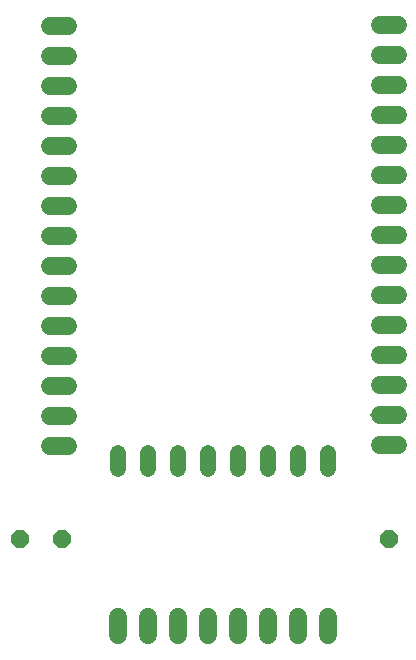
<source format=gbr>
G04 EAGLE Gerber RS-274X export*
G75*
%MOMM*%
%FSLAX34Y34*%
%LPD*%
%INTop Copper*%
%IPPOS*%
%AMOC8*
5,1,8,0,0,1.08239X$1,22.5*%
G01*
%ADD10P,1.649562X8X22.500000*%
%ADD11C,1.320800*%
%ADD12C,1.524000*%
%ADD13C,0.304800*%
%ADD14C,0.756400*%
D10*
X22860Y22860D03*
D11*
X284200Y82171D02*
X284200Y95379D01*
X258800Y95379D02*
X258800Y82171D01*
X233400Y82171D02*
X233400Y95379D01*
X208000Y95379D02*
X208000Y82171D01*
X182600Y82171D02*
X182600Y95379D01*
X157200Y95379D02*
X157200Y82171D01*
X131800Y82171D02*
X131800Y95379D01*
X106400Y95379D02*
X106400Y82171D01*
D10*
X335200Y22860D03*
X58420Y22860D03*
D12*
X327580Y458400D02*
X342820Y458400D01*
X342820Y433000D02*
X327580Y433000D01*
X327580Y407600D02*
X342820Y407600D01*
X342820Y382200D02*
X327580Y382200D01*
X327580Y356800D02*
X342820Y356800D01*
X342820Y331400D02*
X327580Y331400D01*
X327580Y306000D02*
X342820Y306000D01*
X342820Y280600D02*
X327580Y280600D01*
X327580Y255200D02*
X342820Y255200D01*
X342820Y229800D02*
X327580Y229800D01*
X327580Y204400D02*
X342820Y204400D01*
X342820Y179000D02*
X327580Y179000D01*
X327580Y153600D02*
X342820Y153600D01*
X342820Y128200D02*
X327580Y128200D01*
X327580Y102800D02*
X342820Y102800D01*
X63860Y457400D02*
X48620Y457400D01*
X48620Y432000D02*
X63860Y432000D01*
X63860Y406600D02*
X48620Y406600D01*
X48620Y381200D02*
X63860Y381200D01*
X63860Y355800D02*
X48620Y355800D01*
X48620Y330400D02*
X63860Y330400D01*
X63860Y305000D02*
X48620Y305000D01*
X48620Y279600D02*
X63860Y279600D01*
X63860Y254200D02*
X48620Y254200D01*
X48620Y228800D02*
X63860Y228800D01*
X63860Y203400D02*
X48620Y203400D01*
X48620Y178000D02*
X63860Y178000D01*
X63860Y152600D02*
X48620Y152600D01*
X48620Y127200D02*
X63860Y127200D01*
X63860Y101800D02*
X48620Y101800D01*
X106100Y-43480D02*
X106100Y-58720D01*
X131500Y-58720D02*
X131500Y-43480D01*
X156900Y-43480D02*
X156900Y-58720D01*
X182300Y-58720D02*
X182300Y-43480D01*
X207700Y-43480D02*
X207700Y-58720D01*
X233100Y-58720D02*
X233100Y-43480D01*
X258500Y-43480D02*
X258500Y-58720D01*
X283900Y-58720D02*
X283900Y-43480D01*
D13*
X58420Y22860D02*
X58025Y24525D01*
D14*
X58025Y24525D03*
D13*
X334813Y280988D02*
X335200Y280600D01*
X335200Y128200D02*
X321063Y128200D01*
M02*

</source>
